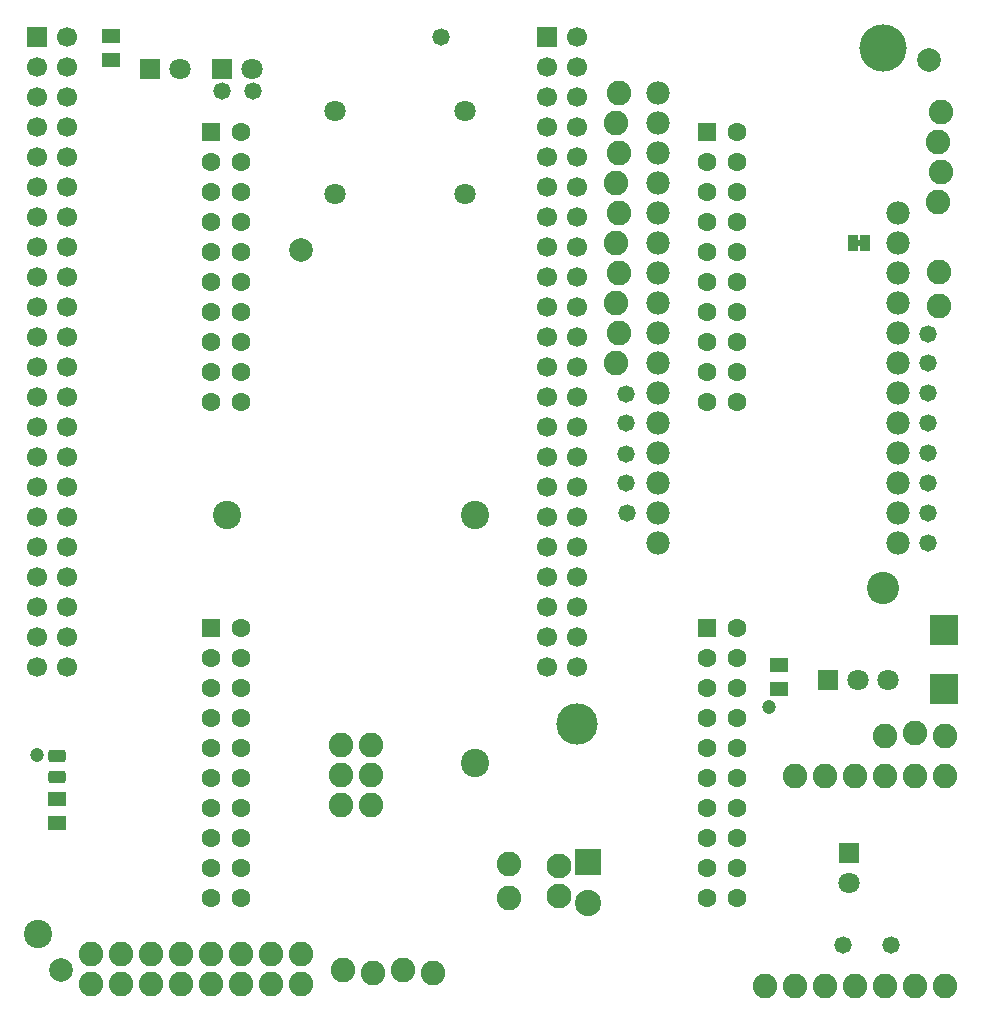
<source format=gts>
G04*
G04 #@! TF.GenerationSoftware,Altium Limited,Altium Designer,23.3.1 (30)*
G04*
G04 Layer_Color=8388736*
%FSLAX26Y26*%
%MOIN*%
G70*
G04*
G04 #@! TF.SameCoordinates,AF54F826-5E14-49BB-B143-2C6BD7E0847E*
G04*
G04*
G04 #@! TF.FilePolarity,Negative*
G04*
G01*
G75*
G04:AMPARAMS|DCode=24|XSize=57.874mil|YSize=57.874mil|CornerRadius=28.937mil|HoleSize=0mil|Usage=FLASHONLY|Rotation=90.000|XOffset=0mil|YOffset=0mil|HoleType=Round|Shape=RoundedRectangle|*
%AMROUNDEDRECTD24*
21,1,0.057874,0.000000,0,0,90.0*
21,1,0.000000,0.057874,0,0,90.0*
1,1,0.057874,0.000000,0.000000*
1,1,0.057874,0.000000,0.000000*
1,1,0.057874,0.000000,0.000000*
1,1,0.057874,0.000000,0.000000*
%
%ADD24ROUNDEDRECTD24*%
G04:AMPARAMS|DCode=25|XSize=47.874mil|YSize=62.874mil|CornerRadius=8.937mil|HoleSize=0mil|Usage=FLASHONLY|Rotation=90.000|XOffset=0mil|YOffset=0mil|HoleType=Round|Shape=RoundedRectangle|*
%AMROUNDEDRECTD25*
21,1,0.047874,0.045000,0,0,90.0*
21,1,0.030000,0.062874,0,0,90.0*
1,1,0.017874,0.022500,0.015000*
1,1,0.017874,0.022500,-0.015000*
1,1,0.017874,-0.022500,-0.015000*
1,1,0.017874,-0.022500,0.015000*
%
%ADD25ROUNDEDRECTD25*%
%ADD26R,0.032874X0.057874*%
G04:AMPARAMS|DCode=27|XSize=57.874mil|YSize=57.874mil|CornerRadius=28.937mil|HoleSize=0mil|Usage=FLASHONLY|Rotation=180.000|XOffset=0mil|YOffset=0mil|HoleType=Round|Shape=RoundedRectangle|*
%AMROUNDEDRECTD27*
21,1,0.057874,0.000000,0,0,180.0*
21,1,0.000000,0.057874,0,0,180.0*
1,1,0.057874,0.000000,0.000000*
1,1,0.057874,0.000000,0.000000*
1,1,0.057874,0.000000,0.000000*
1,1,0.057874,0.000000,0.000000*
%
%ADD27ROUNDEDRECTD27*%
%ADD28R,0.095674X0.101184*%
G04:AMPARAMS|DCode=29|XSize=42.874mil|YSize=57.874mil|CornerRadius=8.312mil|HoleSize=0mil|Usage=FLASHONLY|Rotation=270.000|XOffset=0mil|YOffset=0mil|HoleType=Round|Shape=RoundedRectangle|*
%AMROUNDEDRECTD29*
21,1,0.042874,0.041250,0,0,270.0*
21,1,0.026250,0.057874,0,0,270.0*
1,1,0.016624,-0.020625,-0.013125*
1,1,0.016624,-0.020625,0.013125*
1,1,0.016624,0.020625,0.013125*
1,1,0.016624,0.020625,-0.013125*
%
%ADD29ROUNDEDRECTD29*%
%ADD30C,0.078740*%
%ADD31R,0.070866X0.070866*%
%ADD32C,0.070866*%
%ADD33R,0.070866X0.070866*%
%ADD34C,0.081874*%
%ADD35C,0.082677*%
%ADD36R,0.087874X0.087874*%
%ADD37C,0.087874*%
%ADD38C,0.137874*%
%ADD39C,0.066929*%
%ADD40C,0.157480*%
%ADD41C,0.107874*%
%ADD42C,0.077874*%
%ADD43C,0.094488*%
%ADD44C,0.062992*%
%ADD45R,0.062992X0.062992*%
%ADD46R,0.066929X0.066929*%
%ADD47C,0.070866*%
%ADD48R,0.070866X0.070866*%
%ADD49C,0.047244*%
G36*
X1274842Y895512D02*
X1289842D01*
Y915512D01*
X1274842D01*
Y895512D01*
D02*
G37*
D24*
X-840551Y1412402D02*
D03*
X-739173D02*
D03*
X1509843Y306102D02*
D03*
X505906Y402559D02*
D03*
X1387795Y-1432087D02*
D03*
X1227362D02*
D03*
X-110236Y1594488D02*
D03*
X1509843Y204724D02*
D03*
Y504921D02*
D03*
X505906Y105315D02*
D03*
X506890Y5906D02*
D03*
D25*
X-1210630Y1595748D02*
D03*
Y1515748D02*
D03*
X-1390748Y-946221D02*
D03*
Y-1026220D02*
D03*
X1013779Y-581339D02*
D03*
Y-501339D02*
D03*
D26*
X1259842Y905512D02*
D03*
X1299842D02*
D03*
D27*
X1509843Y6890D02*
D03*
Y-92520D02*
D03*
Y106299D02*
D03*
Y407480D02*
D03*
Y603346D02*
D03*
X505906Y203740D02*
D03*
X505020Y306004D02*
D03*
D28*
X1564961Y-579524D02*
D03*
Y-385043D02*
D03*
D29*
X-1390748Y-803583D02*
D03*
Y-873583D02*
D03*
D30*
X1515748Y1515748D02*
D03*
X-578740Y881890D02*
D03*
X-1377953Y-1515748D02*
D03*
D31*
X1248032Y-1128347D02*
D03*
D32*
Y-1228347D02*
D03*
X-741142Y1485236D02*
D03*
X-982284D02*
D03*
X-31496Y1069882D02*
D03*
Y1345472D02*
D03*
X-464567Y1345473D02*
D03*
Y1069882D02*
D03*
D33*
X-841142Y1485236D02*
D03*
X-1082284D02*
D03*
D34*
X-1279134Y-1563976D02*
D03*
Y-1463976D02*
D03*
X-1179134Y-1563976D02*
D03*
Y-1463976D02*
D03*
X-1079134Y-1563976D02*
D03*
Y-1463976D02*
D03*
X-979134Y-1563976D02*
D03*
Y-1463976D02*
D03*
X-879134Y-1563976D02*
D03*
Y-1463976D02*
D03*
X-779134Y-1563976D02*
D03*
Y-1463976D02*
D03*
X-679134Y-1563976D02*
D03*
Y-1463976D02*
D03*
X-579134Y-1563976D02*
D03*
Y-1463976D02*
D03*
X-344488Y-966142D02*
D03*
X-444488D02*
D03*
X-344488Y-866142D02*
D03*
X-444488D02*
D03*
X-344488Y-766142D02*
D03*
X-444488D02*
D03*
X1066968Y-871491D02*
D03*
X1166968D02*
D03*
X1266968D02*
D03*
X1366968D02*
D03*
X1466968D02*
D03*
X1566968D02*
D03*
X966968Y-1571491D02*
D03*
X1066968D02*
D03*
X1166968D02*
D03*
X1266968D02*
D03*
X1366968D02*
D03*
X1466968D02*
D03*
X1566968D02*
D03*
X1544134Y1042716D02*
D03*
X1554134Y1142716D02*
D03*
X1544134Y1242716D02*
D03*
X1554134Y1342716D02*
D03*
X-438976Y-1515827D02*
D03*
X-338976Y-1525827D02*
D03*
X-238976Y-1515827D02*
D03*
X-138976Y-1525827D02*
D03*
X1547244Y694772D02*
D03*
Y808772D02*
D03*
X482284Y1405709D02*
D03*
X472284Y1305709D02*
D03*
X482284Y1205709D02*
D03*
X472284Y1105709D02*
D03*
X482284Y1005709D02*
D03*
X472284Y905709D02*
D03*
X482284Y805709D02*
D03*
X472284Y705709D02*
D03*
X482284Y605709D02*
D03*
X472284Y505709D02*
D03*
X1366535Y-738346D02*
D03*
X1466535Y-728346D02*
D03*
X1566535Y-738346D02*
D03*
X115157Y-1163276D02*
D03*
Y-1277276D02*
D03*
D35*
X281969Y-1171491D02*
D03*
Y-1271491D02*
D03*
D36*
X376969Y-1156491D02*
D03*
D37*
Y-1294291D02*
D03*
D38*
X341969Y-696491D02*
D03*
D39*
X341732Y894488D02*
D03*
X241732Y794488D02*
D03*
Y894488D02*
D03*
X-1358268Y-505512D02*
D03*
X-1458268D02*
D03*
X-1358268Y-405512D02*
D03*
X-1458268D02*
D03*
X-1358268Y-305512D02*
D03*
X-1458268D02*
D03*
X-1358268Y-205512D02*
D03*
X-1458268D02*
D03*
X241732Y-505512D02*
D03*
Y-305512D02*
D03*
Y-405512D02*
D03*
X341732D02*
D03*
Y-505512D02*
D03*
Y1494488D02*
D03*
Y1594488D02*
D03*
X241732Y1494488D02*
D03*
Y1394488D02*
D03*
X341732D02*
D03*
X241732Y1294488D02*
D03*
X341732D02*
D03*
X241732Y1194488D02*
D03*
X341732D02*
D03*
X241732Y1094488D02*
D03*
X341732D02*
D03*
Y994488D02*
D03*
X241732D02*
D03*
X341732Y794488D02*
D03*
X241732Y694488D02*
D03*
X341732D02*
D03*
X241732Y594488D02*
D03*
X341732D02*
D03*
X241732Y494488D02*
D03*
X341732D02*
D03*
Y394488D02*
D03*
Y294488D02*
D03*
X241732Y394488D02*
D03*
Y194488D02*
D03*
Y294488D02*
D03*
X341732Y194488D02*
D03*
X241732Y94488D02*
D03*
X341732D02*
D03*
X241732Y-5512D02*
D03*
X341732D02*
D03*
X241732Y-105512D02*
D03*
X341732D02*
D03*
X241732Y-205512D02*
D03*
X341732D02*
D03*
Y-305512D02*
D03*
X-1458268Y694488D02*
D03*
X-1358268Y-105512D02*
D03*
X-1458268D02*
D03*
X-1358268Y-5512D02*
D03*
X-1458268D02*
D03*
X-1358268Y94488D02*
D03*
X-1458268D02*
D03*
X-1358268Y194488D02*
D03*
X-1458268D02*
D03*
X-1358268Y294488D02*
D03*
X-1458268D02*
D03*
X-1358268Y394488D02*
D03*
X-1458268D02*
D03*
X-1358268Y494488D02*
D03*
X-1458268D02*
D03*
X-1358268Y594488D02*
D03*
X-1458268D02*
D03*
X-1358268Y694488D02*
D03*
Y794488D02*
D03*
X-1458268D02*
D03*
X-1358268Y894488D02*
D03*
X-1458268D02*
D03*
X-1358268Y994488D02*
D03*
X-1458268D02*
D03*
X-1358268Y1094488D02*
D03*
X-1458268D02*
D03*
X-1358268Y1194488D02*
D03*
X-1458268D02*
D03*
X-1358268Y1294488D02*
D03*
X-1458268D02*
D03*
X-1358268Y1394488D02*
D03*
X-1458268D02*
D03*
Y1494488D02*
D03*
X-1358268Y1594488D02*
D03*
Y1494488D02*
D03*
D40*
X1362402Y1556890D02*
D03*
D41*
Y-243110D02*
D03*
D42*
X612402Y1106890D02*
D03*
Y1406890D02*
D03*
Y1306890D02*
D03*
Y1206890D02*
D03*
Y1006890D02*
D03*
Y906890D02*
D03*
Y806890D02*
D03*
Y706890D02*
D03*
Y606890D02*
D03*
Y506890D02*
D03*
Y406890D02*
D03*
Y306890D02*
D03*
Y206890D02*
D03*
Y106890D02*
D03*
Y6890D02*
D03*
Y-93110D02*
D03*
X1412402D02*
D03*
Y6890D02*
D03*
Y106890D02*
D03*
Y206890D02*
D03*
Y306890D02*
D03*
Y406890D02*
D03*
Y506890D02*
D03*
Y606890D02*
D03*
Y706890D02*
D03*
Y806890D02*
D03*
Y906890D02*
D03*
Y1006890D02*
D03*
D43*
X-1456693Y-1397638D02*
D03*
X0Y0D02*
D03*
X-826772D02*
D03*
X0Y-826772D02*
D03*
D44*
X875921Y374756D02*
D03*
X775921D02*
D03*
X875921Y474756D02*
D03*
X775921D02*
D03*
X875921Y574756D02*
D03*
X775921D02*
D03*
X875921Y674756D02*
D03*
X775921D02*
D03*
X875921Y774756D02*
D03*
X775921D02*
D03*
X875921Y874756D02*
D03*
X775921D02*
D03*
X875921Y974756D02*
D03*
X775921D02*
D03*
X875921Y1074756D02*
D03*
X775921D02*
D03*
X875921Y1174756D02*
D03*
X775921D02*
D03*
X875921Y1274756D02*
D03*
X876000Y-378000D02*
D03*
X776000Y-478000D02*
D03*
X876000D02*
D03*
X776000Y-578000D02*
D03*
X876000D02*
D03*
X776000Y-678000D02*
D03*
X876000D02*
D03*
X776000Y-778000D02*
D03*
X876000D02*
D03*
X776000Y-878000D02*
D03*
X876000D02*
D03*
X776000Y-978000D02*
D03*
X876000D02*
D03*
X776000Y-1078000D02*
D03*
X876000D02*
D03*
X776000Y-1178000D02*
D03*
X876000D02*
D03*
X776000Y-1278000D02*
D03*
X876000D02*
D03*
X-778606Y-1278000D02*
D03*
X-878606D02*
D03*
X-778606Y-1178000D02*
D03*
X-878606D02*
D03*
X-778606Y-1078000D02*
D03*
X-878606D02*
D03*
X-778606Y-978000D02*
D03*
X-878606D02*
D03*
X-778606Y-878000D02*
D03*
X-878606D02*
D03*
X-778606Y-778000D02*
D03*
X-878606D02*
D03*
X-778606Y-678000D02*
D03*
X-878606D02*
D03*
X-778606Y-578000D02*
D03*
X-878606D02*
D03*
X-778606Y-478000D02*
D03*
X-878606D02*
D03*
X-778606Y-378000D02*
D03*
Y1274756D02*
D03*
X-878606Y1174756D02*
D03*
X-778606D02*
D03*
X-878606Y1074756D02*
D03*
X-778606D02*
D03*
X-878606Y974756D02*
D03*
X-778606D02*
D03*
X-878606Y874756D02*
D03*
X-778606D02*
D03*
X-878606Y774756D02*
D03*
X-778606D02*
D03*
X-878606Y674756D02*
D03*
X-778606D02*
D03*
X-878606Y574756D02*
D03*
X-778606D02*
D03*
X-878606Y474756D02*
D03*
X-778606D02*
D03*
X-878606Y374756D02*
D03*
X-778606D02*
D03*
D45*
X775921Y1274756D02*
D03*
X776000Y-378000D02*
D03*
X-878606Y-378000D02*
D03*
Y1274756D02*
D03*
D46*
X241732Y1594488D02*
D03*
X-1458268D02*
D03*
D47*
X1379528Y-551181D02*
D03*
X1279528D02*
D03*
D48*
X1179528D02*
D03*
D49*
X-1458661Y-799213D02*
D03*
X-110236Y1594488D02*
D03*
X980315Y-640748D02*
D03*
M02*

</source>
